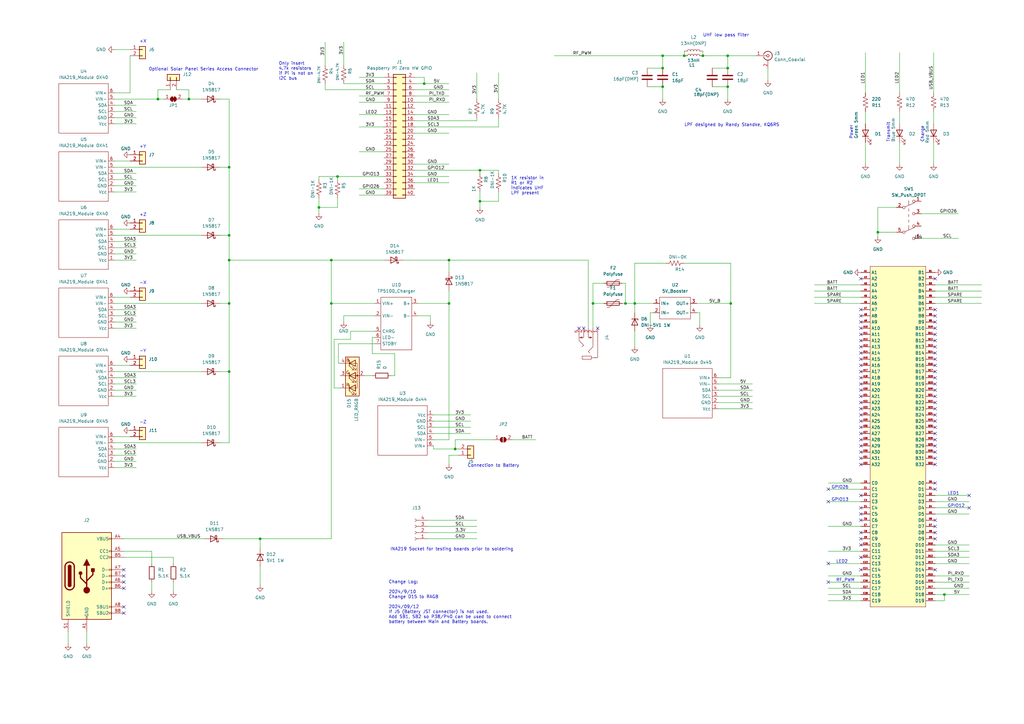
<source format=kicad_sch>
(kicad_sch (version 20250114) (generator "eeschema") (generator_version "9.0")
  (paper "A3")
  (title_block (title "AMSAT Main Board") (company "NTUT") (comment 1 "Created from AMSAT Hardware Design V1.2"))
  (text "GPIO26" (at 340.995 200.66 0) (effects (font (size 1.27 1.27)) (justify left bottom)))
  (text "Power" (at 349.885 57.15 90) (effects (font (size 1.27 1.27)) (justify left bottom)))
  (text "Change Log:\n\n2024/9/10\nChange D15 to RAGB\n\n2024/09/12\nIf J5 (Battery JST connector) is not used.\nAdd SB1, SB2 so P38/P40 can be used to connect \nbattery between Main and Battery boards.\n" (at 159.385 255.905 0) (effects (font (size 1.27 1.27)) (justify left bottom)))
  (text "LED1" (at 388.62 203.2 0) (effects (font (size 1.27 1.27)) (justify left bottom)))
  (text "LPF designed by Randy Standke, KQ6RS" (at 280.67 52.07 0) (effects (font (size 1.27 1.27)) (justify left bottom)))
  (text "UHF low pass filter\n" (at 288.29 15.24 0) (effects (font (size 1.27 1.27)) (justify left bottom)))
  (text "RF_PWM" (at 342.9 238.76 0) (effects (font (size 1.27 1.27)) (justify left bottom)))
  (text "Optional Solar Panel Series Access Connector" (at 60.96 29.21 0) (effects (font (size 1.27 1.27)) (justify left bottom)))
  (text "Transmit" (at 365.125 58.42 90) (effects (font (size 1.27 1.27)) (justify left bottom)))
  (text "INA219 Socket for testing boards prior to soldering" (at 160.02 226.06 0) (effects (font (size 1.27 1.27)) (justify left bottom)))
  (text "LED2" (at 342.9 231.14 0) (effects (font (size 1.27 1.27)) (justify left bottom)))
  (text "GPIO12" (at 388.62 208.28 0) (effects (font (size 1.27 1.27)) (justify left bottom)))
  (text "1K resistor in\nR1 or R2\nindicates UHF\nLPF present" (at 209.55 80.01 0) (effects (font (size 1.27 1.27)) (justify left bottom)))
  (text "-Z" (at 57.15 173.99 0) (effects (font (size 1.27 1.27)) (justify left bottom)))
  (text "-Y" (at 57.15 144.78 0) (effects (font (size 1.27 1.27)) (justify left bottom)))
  (text "+X" (at 57.15 17.78 0) (effects (font (size 1.27 1.27)) (justify left bottom)))
  (text "+Y" (at 57.15 60.96 0) (effects (font (size 1.27 1.27)) (justify left bottom)))
  (text "Only insert\n4.7k resistors\nif Pi is not on\nI2C bus" (at 114.3 33.02 0) (effects (font (size 1.27 1.27)) (justify left bottom)))
  (text "Charge" (at 379.095 58.42 90) (effects (font (size 1.27 1.27)) (justify left bottom)))
  (text "-X" (at 57.15 116.84 0) (effects (font (size 1.27 1.27)) (justify left bottom)))
  (text "Connection to Battery" (at 191.77 191.77 0) (effects (font (size 1.27 1.27)) (justify left bottom)))
  (text "GPIO13" (at 340.995 205.74 0) (effects (font (size 1.27 1.27)) (justify left bottom)))
  (text "+Z" (at 57.15 88.9 0) (effects (font (size 1.27 1.27)) (justify left bottom)))
  (junction (at 299.72 124.46))
  (junction (at 387.35 243.84))
  (junction (at 256.54 124.46))
  (junction (at 106.68 220.98))
  (junction (at 93.98 68.58))
  (junction (at 93.98 106.68))
  (junction (at 93.98 152.4))
  (junction (at 130.81 85.09))
  (junction (at 280.67 22.86))
  (junction (at 271.78 22.86))
  (junction (at 138.43 72.39))
  (junction (at 135.89 124.46))
  (junction (at 77.47 40.64))
  (junction (at 360.045 95.25))
  (junction (at 271.78 35.56))
  (junction (at 64.77 40.64))
  (junction (at 298.45 27.94))
  (junction (at 186.69 184.15))
  (junction (at 184.15 106.68))
  (junction (at 135.89 106.68))
  (junction (at 260.35 124.46))
  (junction (at 288.29 22.86))
  (junction (at 173.99 34.29))
  (junction (at 298.45 22.86))
  (junction (at 298.45 35.56))
  (junction (at 243.205 124.46))
  (junction (at 93.98 124.46))
  (junction (at 184.15 124.46))
  (junction (at 93.98 96.52))
  (junction (at 271.78 27.94))
  (junction (at 196.85 69.85))
  (junction (at 196.85 82.55))
  (no_connect (at 383.54 200.66))
  (no_connect (at 353.06 228.6))
  (no_connect (at 353.06 139.7))
  (no_connect (at 339.725 238.76))
  (no_connect (at 353.06 213.36))
  (no_connect (at 383.54 129.54))
  (no_connect (at 353.06 157.48))
  (no_connect (at 339.725 200.66))
  (no_connect (at 383.54 185.42))
  (no_connect (at 383.54 167.64))
  (no_connect (at 383.54 220.98))
  (no_connect (at 353.06 132.08))
  (no_connect (at 353.06 182.88))
  (no_connect (at 353.06 210.82))
  (no_connect (at 353.06 129.54))
  (no_connect (at 353.06 160.02))
  (no_connect (at 353.06 203.2))
  (no_connect (at 383.54 198.12))
  (no_connect (at 353.06 223.52))
  (no_connect (at 383.54 142.24))
  (no_connect (at 383.54 162.56))
  (no_connect (at 353.06 185.42))
  (no_connect (at 383.54 127))
  (no_connect (at 383.54 213.36))
  (no_connect (at 353.06 137.16))
  (no_connect (at 237.49 134.62))
  (no_connect (at 353.06 154.94))
  (no_connect (at 383.54 187.96))
  (no_connect (at 353.06 175.26))
  (no_connect (at 383.54 180.34))
  (no_connect (at 383.54 139.7))
  (no_connect (at 50.8 238.76))
  (no_connect (at 383.54 215.9))
  (no_connect (at 239.395 134.62))
  (no_connect (at 353.06 134.62))
  (no_connect (at 353.06 144.78))
  (no_connect (at 245.11 134.62))
  (no_connect (at 50.8 236.22))
  (no_connect (at 353.06 165.1))
  (no_connect (at 383.54 154.94))
  (no_connect (at 383.54 137.16))
  (no_connect (at 383.54 114.3))
  (no_connect (at 383.54 157.48))
  (no_connect (at 353.06 220.98))
  (no_connect (at 353.06 187.96))
  (no_connect (at 383.54 165.1))
  (no_connect (at 383.54 175.26))
  (no_connect (at 353.06 233.68))
  (no_connect (at 353.06 172.72))
  (no_connect (at 397.51 208.28))
  (no_connect (at 353.06 190.5))
  (no_connect (at 383.54 147.32))
  (no_connect (at 353.06 142.24))
  (no_connect (at 383.54 134.62))
  (no_connect (at 383.54 144.78))
  (no_connect (at 353.06 208.28))
  (no_connect (at 353.06 114.3))
  (no_connect (at 383.54 152.4))
  (no_connect (at 397.51 203.2))
  (no_connect (at 353.06 167.64))
  (no_connect (at 50.8 248.92))
  (no_connect (at 383.54 132.08))
  (no_connect (at 353.06 162.56))
  (no_connect (at 353.06 149.86))
  (no_connect (at 383.54 170.18))
  (no_connect (at 50.8 233.68))
  (no_connect (at 353.06 177.8))
  (no_connect (at 383.54 190.5))
  (no_connect (at 339.725 231.14))
  (no_connect (at 383.54 149.86))
  (no_connect (at 50.8 251.46))
  (no_connect (at 353.06 147.32))
  (no_connect (at 353.06 218.44))
  (no_connect (at 383.54 172.72))
  (no_connect (at 353.06 180.34))
  (no_connect (at 383.54 218.44))
  (no_connect (at 353.06 152.4))
  (no_connect (at 383.54 182.88))
  (no_connect (at 383.54 233.68))
  (no_connect (at 353.06 170.18))
  (no_connect (at 353.06 127))
  (no_connect (at 383.54 177.8))
  (no_connect (at 339.725 205.74))
  (no_connect (at 383.54 160.02))
  (no_connect (at 50.8 241.3))
  (wire (pts (xy 196.85 69.85) (xy 196.85 71.12)))
  (wire (pts (xy 138.43 85.09) (xy 138.43 81.28)))
  (wire (pts (xy 106.68 220.98) (xy 106.68 224.79)))
  (wire (pts (xy 171.45 129.54) (xy 176.53 129.54)))
  (wire (pts (xy 387.35 243.84) (xy 383.54 243.84)))
  (wire (pts (xy 135.89 124.46) (xy 153.67 124.46)))
  (wire (pts (xy 339.725 226.06) (xy 353.06 226.06)))
  (wire (pts (xy 294.64 154.94) (xy 299.72 154.94)))
  (wire (pts (xy 177.8 184.15) (xy 177.8 182.88)))
  (wire (pts (xy 46.99 96.52) (xy 82.55 96.52)))
  (wire (pts (xy 133.35 17.272) (xy 133.35 26.67)))
  (wire (pts (xy 62.23 238.76) (xy 62.23 242.57)))
  (wire (pts (xy 377.825 87.63) (xy 393.065 87.63)))
  (wire (pts (xy 53.34 22.86) (xy 53.34 38.1)))
  (wire (pts (xy 93.98 40.64) (xy 90.17 40.64)))
  (wire (pts (xy 175.26 213.36) (xy 195.58 213.36)))
  (wire (pts (xy 147.32 39.37) (xy 157.48 39.37)))
  (wire (pts (xy 354.965 45.72) (xy 354.965 50.8)))
  (wire (pts (xy 368.935 58.42) (xy 368.935 67.31)))
  (wire (pts (xy 46.99 45.72) (xy 55.88 45.72)))
  (wire (pts (xy 299.72 124.46) (xy 299.72 154.94)))
  (wire (pts (xy 130.81 81.28) (xy 130.81 85.09)))
  (wire (pts (xy 71.12 238.76) (xy 71.12 242.57)))
  (wire (pts (xy 383.54 231.14) (xy 397.51 231.14)))
  (wire (pts (xy 160.401 154.051) (xy 161.925 154.051)))
  (wire (pts (xy 383.54 241.3) (xy 397.51 241.3)))
  (wire (pts (xy 360.045 95.25) (xy 367.665 95.25)))
  (wire (pts (xy 165.354 106.68) (xy 184.15 106.68)))
  (wire (pts (xy 339.725 205.74) (xy 353.06 205.74)))
  (wire (pts (xy 170.18 72.39) (xy 184.15 72.39)))
  (wire (pts (xy 271.78 27.94) (xy 271.78 22.86)))
  (wire (pts (xy 255.27 116.205) (xy 256.54 116.205)))
  (wire (pts (xy 135.89 106.68) (xy 135.89 124.46)))
  (wire (pts (xy 266.7 133.35) (xy 266.7 128.27)))
  (wire (pts (xy 177.8 180.34) (xy 184.15 180.34)))
  (wire (pts (xy 170.18 52.07) (xy 204.47 52.07)))
  (wire (pts (xy 184.15 106.68) (xy 241.3 106.68)))
  (wire (pts (xy 161.925 145.034) (xy 161.925 154.051)))
  (wire (pts (xy 143.764 135.89) (xy 153.67 135.89)))
  (wire (pts (xy 210.185 180.34) (xy 219.71 180.34)))
  (wire (pts (xy 77.47 40.64) (xy 82.55 40.64)))
  (wire (pts (xy 64.77 36.83) (xy 64.77 40.64)))
  (wire (pts (xy 227.33 22.86) (xy 271.78 22.86)))
  (wire (pts (xy 175.26 215.9) (xy 195.58 215.9)))
  (wire (pts (xy 260.35 135.89) (xy 260.35 142.24)))
  (wire (pts (xy 147.32 31.75) (xy 157.48 31.75)))
  (wire (pts (xy 138.43 72.39) (xy 157.48 72.39)))
  (wire (pts (xy 280.67 107.95) (xy 299.72 107.95)))
  (wire (pts (xy 173.99 31.75) (xy 173.99 34.29)))
  (wire (pts (xy 46.99 134.62) (xy 55.88 134.62)))
  (wire (pts (xy 170.18 49.53) (xy 195.58 49.53)))
  (wire (pts (xy 287.02 128.27) (xy 287.02 133.35)))
  (wire (pts (xy 368.935 45.72) (xy 368.935 50.8)))
  (wire (pts (xy 140.97 17.272) (xy 140.97 26.67)))
  (wire (pts (xy 298.45 35.56) (xy 298.45 40.64)))
  (wire (pts (xy 196.85 69.85) (xy 204.47 69.85)))
  (wire (pts (xy 383.54 116.84) (xy 402.59 116.84)))
  (wire (pts (xy 195.58 48.26) (xy 195.58 49.53)))
  (wire (pts (xy 285.75 128.27) (xy 287.02 128.27)))
  (wire (pts (xy 196.85 82.55) (xy 196.85 85.09)))
  (wire (pts (xy 339.725 246.38) (xy 353.06 246.38)))
  (wire (pts (xy 170.18 39.37) (xy 184.15 39.37)))
  (wire (pts (xy 46.99 157.48) (xy 55.88 157.48)))
  (wire (pts (xy 265.43 35.56) (xy 271.78 35.56)))
  (wire (pts (xy 90.17 68.58) (xy 93.98 68.58)))
  (wire (pts (xy 177.8 177.8) (xy 193.04 177.8)))
  (wire (pts (xy 382.905 58.42) (xy 382.905 67.31)))
  (wire (pts (xy 46.99 43.18) (xy 55.88 43.18)))
  (wire (pts (xy 130.81 72.39) (xy 130.81 73.66)))
  (wire (pts (xy 339.725 238.76) (xy 353.06 238.76)))
  (wire (pts (xy 139.446 148.971) (xy 138.811 148.971)))
  (wire (pts (xy 383.54 210.82) (xy 397.51 210.82)))
  (wire (pts (xy 383.54 226.06) (xy 397.51 226.06)))
  (wire (pts (xy 53.34 121.92) (xy 46.99 121.92)))
  (wire (pts (xy 152.654 145.034) (xy 161.925 145.034)))
  (wire (pts (xy 285.75 124.46) (xy 299.72 124.46)))
  (wire (pts (xy 360.045 95.25) (xy 360.045 97.155)))
  (wire (pts (xy 173.99 34.29) (xy 184.15 34.29)))
  (wire (pts (xy 69.85 36.83) (xy 64.77 36.83)))
  (wire (pts (xy 184.15 186.69) (xy 187.96 186.69)))
  (wire (pts (xy 157.48 80.01) (xy 147.32 80.01)))
  (wire (pts (xy 46.99 106.68) (xy 55.88 106.68)))
  (wire (pts (xy 294.64 160.02) (xy 308.61 160.02)))
  (wire (pts (xy 137.033 139.192) (xy 143.764 139.192)))
  (wire (pts (xy 294.64 165.1) (xy 308.61 165.1)))
  (wire (pts (xy 339.725 243.84) (xy 353.06 243.84)))
  (wire (pts (xy 50.8 220.98) (xy 83.82 220.98)))
  (wire (pts (xy 271.78 35.56) (xy 271.78 40.64)))
  (wire (pts (xy 299.72 107.95) (xy 299.72 124.46)))
  (wire (pts (xy 173.99 34.29) (xy 170.18 34.29)))
  (wire (pts (xy 382.905 21.59) (xy 382.905 38.1)))
  (wire (pts (xy 354.965 21.59) (xy 354.965 38.1)))
  (wire (pts (xy 46.99 189.23) (xy 55.88 189.23)))
  (wire (pts (xy 106.68 232.41) (xy 106.68 240.03)))
  (wire (pts (xy 62.23 226.06) (xy 62.23 231.14)))
  (wire (pts (xy 153.67 138.43) (xy 152.654 138.43)))
  (wire (pts (xy 383.54 238.76) (xy 397.51 238.76)))
  (wire (pts (xy 339.725 231.14) (xy 353.06 231.14)))
  (wire (pts (xy 260.35 124.46) (xy 267.97 124.46)))
  (wire (pts (xy 383.54 246.38) (xy 387.35 246.38)))
  (wire (pts (xy 46.99 76.2) (xy 55.88 76.2)))
  (wire (pts (xy 90.17 124.46) (xy 93.98 124.46)))
  (wire (pts (xy 184.15 106.68) (xy 184.15 111.633)))
  (wire (pts (xy 383.54 236.22) (xy 397.51 236.22)))
  (wire (pts (xy 339.725 236.22) (xy 353.06 236.22)))
  (wire (pts (xy 383.54 205.74) (xy 397.51 205.74)))
  (wire (pts (xy 93.98 181.61) (xy 93.98 152.4)))
  (wire (pts (xy 46.99 132.08) (xy 55.88 132.08)))
  (wire (pts (xy 255.27 124.46) (xy 256.54 124.46)))
  (wire (pts (xy 53.34 149.86) (xy 46.99 149.86)))
  (wire (pts (xy 294.64 162.56) (xy 308.61 162.56)))
  (wire (pts (xy 383.54 119.38) (xy 402.59 119.38)))
  (wire (pts (xy 149.606 154.051) (xy 152.781 154.051)))
  (wire (pts (xy 184.15 119.253) (xy 184.15 124.46)))
  (wire (pts (xy 196.85 82.55) (xy 204.47 82.55)))
  (wire (pts (xy 147.32 41.91) (xy 157.48 41.91)))
  (wire (pts (xy 175.26 220.98) (xy 195.58 220.98)))
  (wire (pts (xy 170.18 67.31) (xy 184.15 67.31)))
  (wire (pts (xy 177.8 172.72) (xy 193.04 172.72)))
  (wire (pts (xy 387.35 246.38) (xy 387.35 243.84)))
  (wire (pts (xy 46.99 68.58) (xy 82.55 68.58)))
  (wire (pts (xy 91.44 220.98) (xy 106.68 220.98)))
  (wire (pts (xy 46.99 78.74) (xy 55.88 78.74)))
  (wire (pts (xy 298.45 22.86) (xy 309.88 22.86)))
  (wire (pts (xy 130.81 85.09) (xy 130.81 87.63)))
  (wire (pts (xy 360.045 85.09) (xy 360.045 95.25)))
  (wire (pts (xy 93.98 106.68) (xy 135.89 106.68)))
  (wire (pts (xy 339.725 241.3) (xy 353.06 241.3)))
  (wire (pts (xy 93.98 96.52) (xy 93.98 68.58)))
  (wire (pts (xy 90.17 152.4) (xy 93.98 152.4)))
  (wire (pts (xy 147.32 77.47) (xy 157.48 77.47)))
  (wire (pts (xy 170.18 74.93) (xy 184.15 74.93)))
  (wire (pts (xy 93.98 68.58) (xy 93.98 40.64)))
  (wire (pts (xy 90.17 96.52) (xy 93.98 96.52)))
  (wire (pts (xy 138.811 148.971) (xy 138.811 140.97)))
  (wire (pts (xy 334.01 121.92) (xy 353.06 121.92)))
  (wire (pts (xy 243.205 116.205) (xy 243.205 124.46)))
  (wire (pts (xy 46.99 160.02) (xy 55.88 160.02)))
  (wire (pts (xy 383.54 121.92) (xy 402.59 121.92)))
  (wire (pts (xy 170.18 46.99) (xy 184.15 46.99)))
  (wire (pts (xy 53.34 38.1) (xy 46.99 38.1)))
  (wire (pts (xy 46.99 48.26) (xy 55.88 48.26)))
  (wire (pts (xy 170.18 31.75) (xy 173.99 31.75)))
  (wire (pts (xy 53.34 66.04) (xy 46.99 66.04)))
  (wire (pts (xy 288.29 20.955) (xy 288.29 22.86)))
  (wire (pts (xy 177.8 184.15) (xy 186.69 184.15)))
  (wire (pts (xy 354.965 58.42) (xy 354.965 67.31)))
  (wire (pts (xy 153.67 129.54) (xy 140.97 129.54)))
  (wire (pts (xy 46.99 191.77) (xy 55.88 191.77)))
  (wire (pts (xy 273.05 107.95) (xy 260.35 107.95)))
  (wire (pts (xy 196.85 78.74) (xy 196.85 82.55)))
  (wire (pts (xy 171.45 124.46) (xy 184.15 124.46)))
  (wire (pts (xy 184.15 190.5) (xy 184.15 186.69)))
  (wire (pts (xy 46.99 162.56) (xy 55.88 162.56)))
  (wire (pts (xy 186.69 184.15) (xy 187.96 184.15)))
  (wire (pts (xy 383.54 203.2) (xy 397.51 203.2)))
  (wire (pts (xy 247.65 116.205) (xy 243.205 116.205)))
  (wire (pts (xy 46.99 71.12) (xy 55.88 71.12)))
  (wire (pts (xy 177.8 170.18) (xy 193.04 170.18)))
  (wire (pts (xy 186.69 180.34) (xy 186.69 184.15)))
  (wire (pts (xy 46.99 152.4) (xy 82.55 152.4)))
  (wire (pts (xy 53.34 93.98) (xy 46.99 93.98)))
  (wire (pts (xy 256.54 116.205) (xy 256.54 124.46)))
  (wire (pts (xy 367.665 85.09) (xy 360.045 85.09)))
  (wire (pts (xy 243.205 124.46) (xy 243.205 134.62)))
  (wire (pts (xy 152.654 138.43) (xy 152.654 145.034)))
  (wire (pts (xy 133.35 36.83) (xy 157.48 36.83)))
  (wire (pts (xy 383.54 124.46) (xy 402.59 124.46)))
  (wire (pts (xy 368.935 21.59) (xy 368.935 38.1)))
  (wire (pts (xy 93.98 106.68) (xy 93.98 96.52)))
  (wire (pts (xy 140.97 34.29) (xy 157.48 34.29)))
  (wire (pts (xy 204.47 82.55) (xy 204.47 78.74)))
  (wire (pts (xy 135.89 124.46) (xy 135.89 220.98)))
  (wire (pts (xy 46.99 129.54) (xy 55.88 129.54)))
  (wire (pts (xy 334.01 116.84) (xy 353.06 116.84)))
  (wire (pts (xy 50.8 228.6) (xy 71.12 228.6)))
  (wire (pts (xy 74.93 40.64) (xy 77.47 40.64)))
  (wire (pts (xy 334.01 119.38) (xy 353.06 119.38)))
  (wire (pts (xy 256.54 124.46) (xy 260.35 124.46)))
  (wire (pts (xy 130.81 72.39) (xy 138.43 72.39)))
  (wire (pts (xy 294.64 157.48) (xy 308.61 157.48)))
  (wire (pts (xy 280.67 20.955) (xy 280.67 22.86)))
  (wire (pts (xy 241.3 106.68) (xy 241.3 134.62)))
  (wire (pts (xy 46.99 50.8) (xy 55.88 50.8)))
  (wire (pts (xy 339.725 215.9) (xy 353.06 215.9)))
  (wire (pts (xy 382.905 45.72) (xy 382.905 50.8)))
  (wire (pts (xy 46.99 104.14) (xy 55.88 104.14)))
  (wire (pts (xy 383.54 223.52) (xy 397.51 223.52)))
  (wire (pts (xy 176.53 129.54) (xy 176.53 132.08)))
  (wire (pts (xy 46.99 127) (xy 55.88 127)))
  (wire (pts (xy 334.01 124.46) (xy 353.06 124.46)))
  (wire (pts (xy 204.47 69.85) (xy 204.47 71.12)))
  (wire (pts (xy 387.35 243.84) (xy 397.51 243.84)))
  (wire (pts (xy 46.99 99.06) (xy 55.88 99.06)))
  (wire (pts (xy 77.47 36.83) (xy 77.47 40.64)))
  (wire (pts (xy 383.54 228.6) (xy 397.51 228.6)))
  (wire (pts (xy 170.18 69.85) (xy 196.85 69.85)))
  (wire (pts (xy 195.58 29.845) (xy 195.58 40.64)))
  (wire (pts (xy 147.32 62.23) (xy 157.48 62.23)))
  (wire (pts (xy 143.764 139.192) (xy 143.764 135.89)))
  (wire (pts (xy 377.825 97.79) (xy 393.065 97.79)))
  (wire (pts (xy 314.96 27.94) (xy 314.96 33.02)))
  (wire (pts (xy 27.94 259.08) (xy 27.94 264.16)))
  (wire (pts (xy 265.43 27.94) (xy 271.78 27.94)))
  (wire (pts (xy 90.17 181.61) (xy 93.98 181.61)))
  (wire (pts (xy 170.18 54.61) (xy 184.15 54.61)))
  (wire (pts (xy 46.99 184.15) (xy 55.88 184.15)))
  (wire (pts (xy 138.811 140.97) (xy 153.67 140.97)))
  (wire (pts (xy 170.18 41.91) (xy 184.15 41.91)))
  (wire (pts (xy 292.1 27.94) (xy 298.45 27.94)))
  (wire (pts (xy 106.68 220.98) (xy 135.89 220.98)))
  (wire (pts (xy 133.35 36.83) (xy 133.35 34.29)))
  (wire (pts (xy 339.725 200.66) (xy 353.06 200.66)))
  (wire (pts (xy 271.78 22.86) (xy 280.67 22.86)))
  (wire (pts (xy 46.99 101.6) (xy 55.88 101.6)))
  (wire (pts (xy 339.725 198.12) (xy 353.06 198.12)))
  (wire (pts (xy 46.99 73.66) (xy 55.88 73.66)))
  (wire (pts (xy 170.18 36.83) (xy 184.15 36.83)))
  (wire (pts (xy 137.033 159.131) (xy 139.446 159.131)))
  (wire (pts (xy 383.54 208.28) (xy 397.51 208.28)))
  (wire (pts (xy 64.77 40.64) (xy 67.31 40.64)))
  (wire (pts (xy 135.89 106.68) (xy 157.734 106.68)))
  (wire (pts (xy 204.47 29.845) (xy 204.47 40.64)))
  (wire (pts (xy 175.26 218.44) (xy 195.58 218.44)))
  (wire (pts (xy 147.32 52.07) (xy 157.48 52.07)))
  (wire (pts (xy 46.99 40.64) (xy 64.77 40.64)))
  (wire (pts (xy 46.99 186.69) (xy 55.88 186.69)))
  (wire (pts (xy 204.47 48.26) (xy 204.47 52.07)))
  (wire (pts (xy 202.565 180.34) (xy 186.69 180.34)))
  (wire (pts (xy 266.7 128.27) (xy 267.97 128.27)))
  (wire (pts (xy 46.99 181.61) (xy 82.55 181.61)))
  (wire (pts (xy 46.99 124.46) (xy 82.55 124.46)))
  (wire (pts (xy 147.32 46.99) (xy 157.48 46.99)))
  (wire (pts (xy 294.64 167.64) (xy 308.61 167.64)))
  (wire (pts (xy 93.98 124.46) (xy 93.98 106.68)))
  (wire (pts (xy 46.99 20.32) (xy 53.34 20.32)))
  (wire (pts (xy 177.8 175.26) (xy 193.04 175.26)))
  (wire (pts (xy 46.99 154.94) (xy 55.88 154.94)))
  (wire (pts (xy 35.56 259.08) (xy 35.56 264.16)))
  (wire (pts (xy 298.45 22.86) (xy 298.45 27.94)))
  (wire (pts (xy 243.205 124.46) (xy 247.65 124.46)))
  (wire (pts (xy 260.35 124.46) (xy 260.35 128.27)))
  (wire (pts (xy 140.97 129.54) (xy 140.97 132.08)))
  (wire (pts (xy 288.29 22.86) (xy 298.45 22.86)))
  (wire (pts (xy 260.35 107.95) (xy 260.35 124.46)))
  (wire (pts (xy 292.1 35.56) (xy 298.45 35.56)))
  (wire (pts (xy 137.033 139.192) (xy 137.033 159.131)))
  (wire (pts (xy 93.98 152.4) (xy 93.98 124.46)))
  (wire (pts (xy 53.34 179.07) (xy 46.99 179.07)))
  (wire (pts (xy 130.81 85.09) (xy 138.43 85.09)))
  (wire (pts (xy 184.15 124.46) (xy 184.15 180.34)))
  (wire (pts (xy 71.12 228.6) (xy 71.12 231.14)))
  (wire (pts (xy 138.43 72.39) (xy 138.43 73.66)))
  (wire (pts (xy 72.39 36.83) (xy 77.47 36.83)))
  (wire (pts (xy 50.8 226.06) (xy 62.23 226.06)))
  (label "3V3" (at 50.8 106.68 0))
  (label "SDA" (at 303.53 160.02 0))
  (label "3V3" (at 345.44 246.38 0))
  (label "GND" (at 50.8 132.08 0))
  (label "3V3" (at 50.8 162.56 0))
  (label "GND" (at 175.26 72.39 0))
  (label "SPARE" (at 339.09 124.46 0))
  (label "BATT" (at 388.62 119.38 0))
  (label "SDA" (at 50.8 43.18 0))
  (label "SDA3" (at 388.62 228.6 0))
  (label "3V3" (at 149.86 31.75 0))
  (label "SDA" (at 50.8 71.12 0))
  (label "GND" (at 391.16 241.3 0))
  (label "SCL" (at 186.69 215.9 0))
  (label "USB_VBUS" (at 72.39 220.98 0))
  (label "SCL" (at 186.69 175.26 0))
  (label "5V_B" (at 290.83 124.46 0))
  (label "SCL" (at 149.86 36.83 0))
  (label "SPARE" (at 339.09 121.92 0))
  (label "SCL3" (at 50.8 186.69 0))
  (label "3V3" (at 149.86 52.07 0))
  (label "GPIO26" (at 148.59 77.47 0))
  (label "GND" (at 177.8 36.83 0))
  (label "PI_RXD" (at 175.895 41.91 0))
  (label "3V3" (at 133.35 22.86 90))
  (label "SPARE" (at 388.62 121.92 0))
  (label "GND" (at 388.62 223.52 0))
  (label "LED2" (at 149.86 46.99 0))
  (label "GND" (at 345.44 198.12 0))
  (label "SDA" (at 149.86 34.29 0))
  (label "GND" (at 388.62 210.82 0))
  (label "5V" (at 303.53 157.48 0))
  (label "3V3" (at 50.8 50.8 0))
  (label "SCL" (at 345.44 241.3 0))
  (label "3V3" (at 195.58 38.608 90))
  (label "SDA3" (at 50.8 184.15 0))
  (label "SCL" (at 303.53 162.56 0))
  (label "GPIO13" (at 148.59 72.39 0))
  (label "5V" (at 177.8 34.29 0))
  (label "3V3" (at 50.8 191.77 0))
  (label "GND" (at 149.86 80.01 0))
  (label "3V3" (at 50.8 78.74 0))
  (label "3V3" (at 50.8 134.62 0))
  (label "USB_VBUS" (at 382.905 36.83 90))
  (label "GND" (at 175.26 67.31 0))
  (label "GND" (at 303.53 165.1 0))
  (label "3V3" (at 140.97 22.479 90))
  (label "RF_PWM" (at 234.95 22.86 0))
  (label "BATT" (at 213.995 180.34 0))
  (label "3.3V" (at 186.69 218.44 0))
  (label "PI_RXD" (at 388.62 236.22 0))
  (label "GND" (at 50.8 104.14 0))
  (label "SDA" (at 186.69 177.8 0))
  (label "SDA3" (at 50.8 127 0))
  (label "GND" (at 345.44 236.22 0))
  (label "GND" (at 175.26 54.61 0))
  (label "LED2" (at 368.935 34.29 90))
  (label "GND" (at 50.8 189.23 0))
  (label "SCL3" (at 50.8 129.54 0))
  (label "RF_PWM" (at 149.86 39.37 0))
  (label "SCL" (at 50.8 73.66 0))
  (label "SDA3" (at 50.8 154.94 0))
  (label "SCL3" (at 50.8 157.48 0))
  (label "GND" (at 388.62 231.14 0))
  (label "GPIO26" (at 385.445 87.63 0))
  (label "GND" (at 50.8 76.2 0))
  (label "BATT" (at 339.09 116.84 0))
  (label "SDA" (at 345.44 243.84 0))
  (label "3V3" (at 345.44 226.06 0))
  (label "BATT" (at 339.09 119.38 0))
  (label "3V3" (at 303.53 167.64 0))
  (label "PI_TXD" (at 388.62 238.76 0))
  (label "GND" (at 50.8 48.26 0))
  (label "3V3" (at 204.47 38.227 90))
  (label "BATT" (at 388.62 116.84 0))
  (label "PI_TXD" (at 175.895 39.37 0))
  (label "SCL3" (at 388.62 226.06 0))
  (label "SCL" (at 50.8 45.72 0))
  (label "SCL3" (at 175.26 52.07 0))
  (label "5V" (at 391.16 243.84 0))
  (label "GPIO12" (at 175.26 69.85 0))
  (label "3V3" (at 186.69 170.18 0))
  (label "LED1" (at 354.965 34.29 90))
  (label "SCL" (at 386.715 97.79 0))
  (label "GND" (at 388.62 205.74 0))
  (label "SPARE" (at 388.62 124.46 0))
  (label "GND" (at 149.86 62.23 0))
  (label "SCL3" (at 50.8 101.6 0))
  (label "GND" (at 175.26 46.99 0))
  (label "SDA3" (at 175.26 49.53 0))
  (label "LED1" (at 175.26 74.93 0))
  (label "GND" (at 345.44 215.9 0))
  (label "GND" (at 186.69 172.72 0))
  (label "GND" (at 50.8 160.02 0))
  (label "GND" (at 186.69 220.98 0))
  (label "SDA" (at 186.69 213.36 0))
  (label "GND" (at 149.86 41.91 0))
  (label "SDA3" (at 50.8 99.06 0))
  (symbol (lib_id "Device:Polyfuse") (at 251.46 124.46 270) (unit 1)
    (property "Reference" "F1" (at 251.46 118.11 90))
    (property "Value" "Polyfuse" (at 251.46 120.65 90))
    (property "Footprint" "Fuse:Fuse_1812_4532Metric" (effects (hide yes)))
  )
  (symbol (lib_id "Connector:USB_C_Receptacle_USB2.0") (at 35.56 236.22 0) (unit 1)
    (property "Reference" "J2" (at 35.56 213.36 0))
    (property "Value" "USB_C_Receptacle_USB2.0" (effects (hide yes)))
    (property "Footprint" "Connector_USB:USB_C_Receptacle_GCT_USB4105-xx-A_16P_TopMnt_Horizontal" (effects (hide yes)))
    (property "Datasheet" "https://www.usb.org/sites/default/files/documents/usb_type-c.zip" (effects (hide yes)))
  )
  (symbol (lib_id "Device:C") (at 265.43 31.75 0) (unit 1)
    (property "Reference" "C3" (at 259.08 29.845 0) (effects (justify left)))
    (property "Value" "16pF(DMP)" (at 251.46 32.385 0) (effects (justify left)))
    (property "Footprint" "Capacitor_SMD:C_0402_1005Metric" (effects (hide yes)))
  )
  (symbol (lib_id "Device:D_Zener") (at 260.35 132.08 270) (unit 1)
    (property "Reference" "D6" (at 262.89 130.8099 90) (effects (justify left)))
    (property "Value" "DNI-5V1 1W" (at 262.89 133.3499 90) (effects (justify left)))
    (property "Footprint" "CubeSatSim:1N5817" (effects (hide yes)))
  )
  (symbol (lib_id "Device:L") (at 284.48 20.955 90) (unit 1)
    (property "Reference" "L2" (at 284.48 15.24 90))
    (property "Value" "13nH(DNP)" (at 284.48 17.78 90))
    (property "Footprint" "Inductor_SMD:L_0402_1005Metric" (effects (hide yes)))
  )
  (symbol (lib_id "Device:LED") (at 382.905 54.61 90) (unit 1)
    (property "Reference" "D3" (at 386.715 54.9274 90) (effects (justify right)))
    (property "Value" "Red 5mm" (at 380.365 49.53 0) (effects (justify right)))
    (property "Footprint" "LED_THT:LED_D5.0mm" (effects (hide yes)))
  )
  (symbol (lib_id "Device:R_US") (at 140.97 30.48 0) (unit 1)
    (property "Reference" "R6" (at 143.51 30.48 90) (effects (justify left)))
    (property "Value" "DNI-4.7K" (at 138.43 33.02 90) (effects (font (size 1 1)) (justify left)))
    (property "Footprint" "Resistor_THT:R_Axial_DIN0204_L3.6mm_D1.6mm_P2.54mm_Vertical" (effects (hide yes)))
  )
  (symbol (lib_id "Connector_Generic:Conn_01x02") (at 193.04 186.69 0) (mirror x) (unit 1)
    (property "Reference" "J5" (at 193.04 189.23 0))
    (property "Value" "Conn_01x02" (effects (hide yes)))
    (property "Footprint" "Connector_JST:JST_PH_B2B-PH-K_1x02_P2.00mm_Vertical" (effects (hide yes)))
  )
  (symbol (lib_id "Jumper:SolderJumper_2_Open") (at 206.375 180.34 0) (unit 1)
    (property "Reference" "JP2" (at 206.375 173.99 0))
    (property "Value" "SolderJumper_2_Open" (effects (hide yes)))
    (property "Footprint" "Basic:SolderJumper_2_Tri_New" (effects (hide yes)))
  )
  (symbol (lib_id "CubesatSim:INA219_Module") (at 21.59 46.99 90) (unit 1)
    (property "Reference" "U4" (at 34.29 29.21 90))
    (property "Value" "INA219_Module 0X40" (at 34.29 31.75 90))
    (property "Footprint" "Library:INA219_Small" (effects (hide yes)))
  )
  (symbol (lib_id "Device:R") (at 62.23 234.95 180) (unit 1)
    (property "Reference" "R1" (at 64.77 233.6799 0) (effects (justify right)))
    (property "Value" "5.1K" (at 64.77 236.22 0) (effects (justify right)))
    (property "Footprint" "Resistor_SMD:R_0603_1608Metric" (effects (hide yes)))
  )
  (symbol (lib_id "Device:R_US") (at 382.905 41.91 0) (mirror x) (unit 1)
    (property "Reference" "R13" (at 385.445 43.18 0) (effects (justify left)))
    (property "Value" "470" (at 385.445 40.64 0) (effects (justify left)))
    (property "Footprint" "Resistor_THT:R_Axial_DIN0204_L3.6mm_D1.6mm_P2.54mm_Vertical" (effects (hide yes)))
  )
  (symbol (lib_id "Diode:1N5817") (at 86.36 152.4 180) (unit 1)
    (property "Reference" "D9" (at 86.6775 146.05 0))
    (property "Value" "1N5817" (at 86.6775 148.59 0))
    (property "Footprint" "Library:SS14" (effects (hide yes)))
    (property "Datasheet" "http://www.vishay.com/docs/88525/1n5817.pdf" (effects (hide yes)))
  )
  (symbol (lib_id "power:GND") (at 196.85 85.09 0) (unit 1)
    (property "Reference" "#PWR0104" (effects (hide yes)))
    (property "Value" "GND" (at 196.85 90.17 0))
  )
  (symbol (lib_id "Device:R_US") (at 130.81 77.47 0) (unit 1)
    (property "Reference" "R3" (at 133.35 77.47 90) (effects (justify left)))
    (property "Value" "DNI-1K" (at 128.27 81.28 90) (effects (justify left)))
    (property "Footprint" "Resistor_THT:R_Axial_DIN0204_L3.6mm_D1.6mm_P2.54mm_Vertical" (effects (hide yes)))
  )
  (symbol (lib_id "Device:R") (at 156.591 154.051 270) (unit 1)
    (property "Reference" "R15" (at 155.321 151.511 0) (effects (justify right)))
    (property "Value" "0" (at 157.861 151.511 0) (effects (justify right)))
    (property "Footprint" "Resistor_SMD:R_0603_1608Metric" (effects (hide yes)))
  )
  (symbol (lib_id "power:GND") (at 46.99 20.32 270) (unit 1)
    (property "Reference" "#PWR0122" (effects (hide yes)))
    (property "Value" "GND" (at 39.37 20.32 90) (effects (justify left)))
  )
  (symbol (lib_id "Connector_Generic:Conn_02x20_Odd_Even") (at 162.56 54.61 0) (unit 1)
    (property "Reference" "J1" (at 163.83 25.4 0))
    (property "Value" "Raspberry Pi Zero HW GPIO" (at 163.83 27.94 0))
    (property "Footprint" "Connector_PinSocket_2.54mm:PinSocket_2x20_P2.54mm_Vertical" (effects (hide yes)))
  )
  (symbol (lib_id "Diode:1N5817") (at 86.36 96.52 180) (unit 1)
    (property "Reference" "D7" (at 86.6775 90.17 0))
    (property "Value" "1N5817" (at 86.6775 92.71 0))
    (property "Footprint" "Library:SS14" (effects (hide yes)))
    (property "Datasheet" "http://www.vishay.com/docs/88525/1n5817.pdf" (effects (hide yes)))
  )
  (symbol (lib_id "Device:R_US") (at 204.47 74.93 0) (unit 1)
    (property "Reference" "R10" (at 207.01 74.93 90) (effects (justify left)))
    (property "Value" "DNI-1K" (at 201.93 77.47 90) (effects (justify left)))
    (property "Footprint" "Resistor_SMD:R_0603_1608Metric" (effects (hide yes)))
  )
  (symbol (lib_id "power:GND") (at 53.34 176.53 270) (unit 1)
    (property "Reference" "#PWR0120" (effects (hide yes)))
    (property "Value" "GND" (at 49.53 173.99 90) (effects (justify left)))
  )
  (symbol (lib_id "CubesatSim:INA219_Module") (at 21.59 158.75 90) (unit 1)
    (property "Reference" "U8" (at 34.29 140.97 90))
    (property "Value" "INA219_Module 0X44" (at 34.29 143.51 90))
    (property "Footprint" "Library:INA219_Small" (effects (hide yes)))
  )
  (symbol (lib_id "power:GND") (at 27.94 264.16 0) (unit 1)
    (property "Reference" "#PWR01" (effects (hide yes)))
    (property "Value" "GND" (at 27.94 269.24 0))
  )
  (symbol (lib_id "Connector_Generic:Conn_01x02") (at 58.42 119.38 0) (unit 1)
    (property "Reference" "J9" (at 60.96 119.3799 0) (effects (justify left)))
    (property "Value" "Conn_01x02" (effects (hide yes)))
    (property "Footprint" "Connector_JST:JST_PH_B2B-PH-K_1x02_P2.00mm_Vertical" (effects (hide yes)))
  )
  (symbol (lib_id "Device:LED") (at 354.965 54.61 90) (unit 1)
    (property "Reference" "D1" (at 358.775 54.9274 90) (effects (justify right)))
    (property "Value" "Green 5mm" (at 351.155 45.72 0) (effects (justify right)))
    (property "Footprint" "LED_THT:LED_D5.0mm" (effects (hide yes)))
  )
  (symbol (lib_id "Jumper:SolderJumper_2_Bridged") (at 71.12 40.64 0) (unit 1)
    (property "Reference" "JP1" (at 71.12 43.18 0))
    (property "Value" "SolderJumper_2_Bridged" (effects (hide yes)))
    (property "Footprint" "Jumper:SolderJumper-2_P1.3mm_Bridged_Pad1.0x1.5mm" (effects (hide yes)))
  )
  (symbol (lib_id "Device:R_US") (at 276.86 107.95 270) (unit 1)
    (property "Reference" "R14" (at 276.86 110.49 90) (effects (justify left)))
    (property "Value" "DNI-0K" (at 274.32 105.41 90) (effects (justify left)))
    (property "Footprint" "Resistor_SMD:R_0805_2012Metric" (effects (hide yes)))
  )
  (symbol (lib_id "power:GND") (at 53.34 119.38 270) (unit 1)
    (property "Reference" "#PWR0119" (effects (hide yes)))
    (property "Value" "GND" (at 49.53 116.84 90) (effects (justify left)))
  )
  (symbol (lib_id "Device:R_US") (at 196.85 74.93 0) (unit 1)
    (property "Reference" "R8" (at 199.39 74.93 90) (effects (justify left)))
    (property "Value" "1K" (at 194.31 78.74 90) (effects (justify left)))
    (property "Footprint" "Resistor_THT:R_Axial_DIN0204_L3.6mm_D1.6mm_P2.54mm_Vertical" (effects (hide yes)))
  )
  (symbol (lib_id "Device:R_US") (at 133.35 30.48 0) (unit 1)
    (property "Reference" "R4" (at 135.89 30.48 90) (effects (justify left)))
    (property "Value" "DNI-4.7K" (at 130.81 34.29 90) (effects (font (size 1 1)) (justify left)))
    (property "Footprint" "Resistor_THT:R_Axial_DIN0204_L3.6mm_D1.6mm_P2.54mm_Vertical" (effects (hide yes)))
  )
  (symbol (lib_id "power:GND") (at 53.34 147.32 270) (unit 1)
    (property "Reference" "#PWR0121" (effects (hide yes)))
    (property "Value" "GND" (at 49.53 144.78 90) (effects (justify left)))
  )
  (symbol (lib_id "Connector:Conn_Coaxial") (at 314.96 22.86 0) (unit 1)
    (property "Reference" "J3" (at 317.5 21.8831 0) (effects (justify left)))
    (property "Value" "Conn_Coaxial" (at 317.5 24.4231 0) (effects (justify left)))
    (property "Footprint" "Library:AMSAT_SMA_Vertical" (effects (hide yes)))
    (property "Datasheet" " ~" (effects (hide yes)))
  )
  (symbol (lib_id "Diode:1N5817") (at 87.63 220.98 180) (unit 1)
    (property "Reference" "D11" (at 87.9475 214.63 0))
    (property "Value" "1N5817" (at 87.9475 217.17 0))
    (property "Footprint" "Library:SS14" (effects (hide yes)))
    (property "Datasheet" "http://www.vishay.com/docs/88525/1n5817.pdf" (effects (hide yes)))
  )
  (symbol (lib_id "power:GND") (at 354.965 67.31 0) (unit 1)
    (property "Reference" "#PWR0112" (effects (hide yes)))
    (property "Value" "GND" (at 354.965 72.39 0))
  )
  (symbol (lib_id "CubesatSim:INA219_Module") (at 21.59 102.87 90) (unit 1)
    (property "Reference" "U6" (at 34.29 85.09 90))
    (property "Value" "INA219_Module 0X40" (at 34.29 87.63 90))
    (property "Footprint" "Library:INA219_Small" (effects (hide yes)))
  )
  (symbol (lib_id "Connector_Generic:Conn_01x02") (at 69.85 31.75 90) (unit 1)
    (property "Reference" "J12" (at 74.93 30.4799 90) (effects (justify right)))
    (property "Value" "Conn_01x02" (effects (hide yes)))
    (property "Footprint" "Connector_JST:JST_PH_B2B-PH-K_1x02_P2.00mm_Vertical" (effects (hide yes)))
  )
  (symbol (lib_id "power:GND") (at 184.15 190.5 0) (unit 1)
    (property "Reference" "#PWR03" (effects (hide yes)))
    (property "Value" "GND" (at 184.15 195.58 0))
  )
  (symbol (lib_id "Device:D_Zener") (at 106.68 228.6 270) (unit 1)
    (property "Reference" "D12" (at 109.22 227.3299 90) (effects (justify left)))
    (property "Value" "5V1 1W" (at 109.22 229.8699 90) (effects (justify left)))
    (property "Footprint" "CubeSatSim:1N5817" (effects (hide yes)))
  )
  (symbol (lib_id "power:GND") (at 266.7 133.35 0) (unit 1)
    (property "Reference" "#PWR0115" (effects (hide yes)))
    (property "Value" "GND" (at 266.7 138.43 0))
  )
  (symbol (lib_id "power:GND") (at 383.54 111.76 90) (unit 1)
    (property "Reference" "#PWR010" (effects (hide yes)))
    (property "Value" "GND" (at 386.715 111.76 90) (effects (justify right)))
  )
  (symbol (lib_id "CubesatSim:INA219_Module") (at 21.59 187.96 90) (unit 1)
    (property "Reference" "U9" (at 34.29 170.18 90))
    (property "Value" "INA219_Module 0X45" (at 34.29 172.72 90))
    (property "Footprint" "Library:INA219_Small" (effects (hide yes)))
  )
  (symbol (lib_id "Device:Polyfuse") (at 251.46 116.205 270) (unit 1)
    (property "Reference" "F2" (at 251.46 109.855 90))
    (property "Value" "Polyfuse" (at 251.46 112.395 90))
    (property "Footprint" "Library_NTUT:AMSAT_PTC" (effects (hide yes)))
  )
  (symbol (lib_id "Device:R_US") (at 354.965 41.91 0) (mirror x) (unit 1)
    (property "Reference" "R11" (at 357.505 43.18 0) (effects (justify left)))
    (property "Value" "220" (at 357.505 40.64 0) (effects (justify left)))
    (property "Footprint" "Resistor_THT:R_Axial_DIN0204_L3.6mm_D1.6mm_P2.54mm_Vertical" (effects (hide yes)))
  )
  (symbol (lib_id "Connector_Generic:Conn_01x02") (at 58.42 176.53 0) (unit 1)
    (property "Reference" "J11" (at 60.96 176.5299 0) (effects (justify left)))
    (property "Value" "Conn_01x02" (effects (hide yes)))
    (property "Footprint" "Connector_JST:JST_PH_B2B-PH-K_1x02_P2.00mm_Vertical" (effects (hide yes)))
  )
  (symbol (lib_id "Device:R_US") (at 195.58 44.45 0) (unit 1)
    (property "Reference" "R7" (at 193.04 46.99 90) (effects (justify left)))
    (property "Value" "4.7K" (at 198.12 46.99 90) (effects (justify left)))
    (property "Footprint" "Resistor_THT:R_Axial_DIN0204_L3.6mm_D1.6mm_P2.54mm_Vertical" (effects (hide yes)))
  )
  (symbol (lib_id "power:GND") (at 130.81 87.63 0) (unit 1)
    (property "Reference" "#PWR0103" (effects (hide yes)))
    (property "Value" "GND" (at 130.81 92.71 0))
  )
  (symbol (lib_id "power:GND") (at 35.56 264.16 0) (unit 1)
    (property "Reference" "#PWR02" (effects (hide yes)))
    (property "Value" "GND" (at 35.56 269.24 0))
  )
  (symbol (lib_id "Device:R") (at 71.12 234.95 180) (unit 1)
    (property "Reference" "R2" (at 73.66 233.68 0) (effects (justify right)))
    (property "Value" "5.1K" (at 73.66 236.22 0) (effects (justify right)))
    (property "Footprint" "Resistor_SMD:R_0603_1608Metric" (effects (hide yes)))
  )
  (symbol (lib_id "Connector_Generic:Conn_01x02") (at 58.42 147.32 0) (unit 1)
    (property "Reference" "J10" (at 60.96 147.3199 0) (effects (justify left)))
    (property "Value" "Conn_01x02" (effects (hide yes)))
    (property "Footprint" "Connector_JST:JST_PH_B2B-PH-K_1x02_P2.00mm_Vertical" (effects (hide yes)))
  )
  (symbol (lib_id "power:GND") (at 382.905 67.31 0) (unit 1)
    (property "Reference" "#PWR0110" (effects (hide yes)))
    (property "Value" "GND" (at 382.905 72.39 0))
  )
  (symbol (lib_id "power:GND") (at 53.34 91.44 270) (unit 1)
    (property "Reference" "#PWR0118" (effects (hide yes)))
    (property "Value" "GND" (at 49.53 88.9 90) (effects (justify left)))
  )
  (symbol (lib_id "power:GND") (at 53.34 63.5 270) (unit 1)
    (property "Reference" "#PWR0117" (effects (hide yes)))
    (property "Value" "GND" (at 49.53 60.96 90) (effects (justify left)))
  )
  (symbol (lib_id "CubesatSim:TP5100_Charger") (at 162.56 119.38 0) (unit 1)
    (property "Reference" "U10" (at 162.56 116.84 0))
    (property "Value" "TP5100_Charger" (at 162.56 119.38 0))
    (property "Footprint" "Library:TP5100 Charger_SMD" (effects (hide yes)))
  )
  (symbol (lib_id "Device:C") (at 298.45 31.75 0) (unit 1)
    (property "Reference" "C2" (at 302.26 30.4799 0) (effects (justify left)))
    (property "Value" "18pF" (at 302.26 33.0199 0) (effects (justify left)))
    (property "Footprint" "Capacitor_SMD:C_0603_1608Metric" (effects (hide yes)))
  )
  (symbol (lib_id "Switch:SW_Push_DPDT") (at 372.745 90.17 0) (unit 1)
    (property "Reference" "SW1" (at 372.745 77.47 0))
    (property "Value" "SW_Push_DPDT" (at 372.745 80.01 0))
    (property "Footprint" "Button_Switch_THT:SW_Push_2P2T_Vertical_E-Switch_800UDP8P1A1M6" (effects (hide yes)))
  )
  (symbol (lib_id "power:GND") (at 287.02 133.35 0) (unit 1)
    (property "Reference" "#PWR0114" (effects (hide yes)))
    (property "Value" "GND" (at 287.02 138.43 0))
  )
  (symbol (lib_id "Device:R_US") (at 138.43 77.47 0) (unit 1)
    (property "Reference" "R5" (at 140.97 77.47 90) (effects (justify left)))
    (property "Value" "DNI-1K" (at 135.89 80.01 90) (effects (justify left)))
    (property "Footprint" "Resistor_SMD:R_0603_1608Metric" (effects (hide yes)))
  )
  (symbol (lib_id "Device:LED") (at 368.935 54.61 90) (unit 1)
    (property "Reference" "D2" (at 372.745 54.9274 90) (effects (justify right)))
    (property "Value" "Blue 5mm" (at 366.395 48.26 0) (effects (justify right)))
    (property "Footprint" "LED_THT:LED_D5.0mm" (effects (hide yes)))
  )
  (symbol (lib_id "Connector_Generic:Conn_01x02") (at 58.42 20.32 0) (unit 1)
    (property "Reference" "J6" (at 60.96 20.3199 0) (effects (justify left)))
    (property "Value" "Conn_01x02" (effects (hide yes)))
    (property "Footprint" "Connector_JST:JST_PH_B2B-PH-K_1x02_P2.00mm_Vertical" (effects (hide yes)))
  )
  (symbol (lib_id "Connector:Conn_01x04_Female") (at 170.18 218.44 180) (unit 1)
    (property "Reference" "J13" (at 170.815 208.28 0))
    (property "Value" "Conn_01x04_Female" (effects (hide yes)))
    (property "Footprint" "Connector_PinHeader_2.54mm:PinHeader_1x04_P2.54mm_Vertical" (effects (hide yes)))
  )
  (symbol (lib_id "Connector_Generic:Conn_01x02") (at 58.42 63.5 0) (unit 1)
    (property "Reference" "J7" (at 60.96 63.4999 0) (effects (justify left)))
    (property "Value" "Conn_01x02" (effects (hide yes)))
    (property "Footprint" "Connector_JST:JST_PH_B2B-PH-K_1x02_P2.00mm_Vertical" (effects (hide yes)))
  )
  (symbol (lib_id "Connector_Generic:Conn_01x02") (at 58.42 91.44 0) (unit 1)
    (property "Reference" "J8" (at 60.96 91.4399 0) (effects (justify left)))
    (property "Value" "Conn_01x02" (effects (hide yes)))
    (property "Footprint" "Connector_JST:JST_PH_B2B-PH-K_1x02_P2.00mm_Vertical" (effects (hide yes)))
  )
  (symbol (lib_id "power:GND") (at 71.12 242.57 0) (unit 1)
    (property "Reference" "#PWR05" (effects (hide yes)))
    (property "Value" "GND" (at 71.12 247.65 0))
  )
  (symbol (lib_id "VST104_symbols:PC104") (at 356.87 248.92 0) (unit 1)
    (property "Reference" "J14" (at 376.555 97.155 0))
    (property "Footprint" "VST104_footprints:CubeSat_PC104_16bit_footprint_Edge.Cut" (effects (hide yes)))
  )
  (symbol (lib_id "AMSAT_13:AMSAT_RBF_SW") (at 241.3 142.24 0) (mirror y) (unit 1)
    (property "Reference" "J4" (at 248.92 139.7 90) (effects (justify left)))
    (property "Value" "AudioJack2_Dual_Ground_Switch" (effects (hide yes)))
    (property "Footprint" "Library_NTUT:Jack_3.5mm_CUI_SJ1-3525N_Horizontal" (effects (hide yes)))
  )
  (symbol (lib_id "CubesatSim:INA219_Module") (at 21.59 130.81 90) (unit 1)
    (property "Reference" "U7" (at 34.29 113.03 90))
    (property "Value" "INA219_Module 0X41" (at 34.29 115.57 90))
    (property "Footprint" "Library:INA219_Small" (effects (hide yes)))
  )
  (symbol (lib_id "Device:C") (at 292.1 31.75 0) (unit 1)
    (property "Reference" "C4" (at 285.115 36.83 0) (effects (justify left)))
    (property "Value" "18pF(DNP)" (at 284.48 38.735 0) (effects (justify left)))
    (property "Footprint" "Capacitor_SMD:C_0402_1005Metric" (effects (hide yes)))
  )
  (symbol (lib_id "Device:R_US") (at 368.935 41.91 0) (mirror x) (unit 1)
    (property "Reference" "R12" (at 371.475 43.18 0) (effects (justify left)))
    (property "Value" "470" (at 371.475 40.64 0) (effects (justify left)))
    (property "Footprint" "Resistor_THT:R_Axial_DIN0204_L3.6mm_D1.6mm_P2.54mm_Vertical" (effects (hide yes)))
  )
  (symbol (lib_id "power:GND") (at 176.53 132.08 0) (unit 1)
    (property "Reference" "#PWR0116" (effects (hide yes)))
    (property "Value" "GND" (at 176.53 137.16 0))
  )
  (symbol (lib_id "power:GND") (at 260.35 142.24 0) (unit 1)
    (property "Reference" "#PWR06" (effects (hide yes)))
    (property "Value" "GND" (at 260.35 147.32 0))
  )
  (symbol (lib_id "Diode:1N5817") (at 86.36 124.46 180) (unit 1)
    (property "Reference" "D8" (at 86.6775 118.11 0))
    (property "Value" "1N5817" (at 86.6775 120.65 0))
    (property "Footprint" "Library:SS14" (effects (hide yes)))
    (property "Datasheet" "http://www.vishay.com/docs/88525/1n5817.pdf" (effects (hide yes)))
  )
  (symbol (lib_id "Device:R_US") (at 204.47 44.45 0) (unit 1)
    (property "Reference" "R9" (at 201.93 46.99 90) (effects (justify left)))
    (property "Value" "4.7K" (at 207.01 46.99 90) (effects (justify left)))
    (property "Footprint" "Resistor_THT:R_Axial_DIN0204_L3.6mm_D1.6mm_P2.54mm_Vertical" (effects (hide yes)))
  )
  (symbol (lib_id "CubesatSim:INA219_Module") (at 21.59 74.93 90) (unit 1)
    (property "Reference" "U5" (at 34.29 57.15 90))
    (property "Value" "INA219_Module 0X41" (at 34.29 59.69 90))
    (property "Footprint" "Library:INA219_Small" (effects (hide yes)))
  )
  (symbol (lib_id "Diode:1N5817") (at 161.544 106.68 180) (unit 1)
    (property "Reference" "D14" (at 161.8615 100.838 0))
    (property "Value" "1N5817" (at 161.8615 103.378 0))
    (property "Footprint" "Library:SS14" (effects (hide yes)))
    (property "Datasheet" "http://www.vishay.com/docs/88525/1n5817.pdf" (effects (hide yes)))
  )
  (symbol (lib_id "Diode:1N5817") (at 184.15 115.443 270) (unit 1)
    (property "Reference" "D13" (at 186.563 113.8555 90) (effects (justify left)))
    (property "Value" "1N5817" (at 186.563 116.3955 90) (effects (justify left)))
    (property "Footprint" "Library:SS14" (effects (hide yes)))
    (property "Datasheet" "http://www.vishay.com/docs/88525/1n5817.pdf" (effects (hide yes)))
  )
  (symbol (lib_id "CubesatSim:INA219_Module") (at 269.24 163.83 90) (unit 1)
    (property "Reference" "U1" (at 281.94 146.05 90))
    (property "Value" "INA219_Module 0x45" (at 281.94 148.59 90))
    (property "Footprint" "Library:INA219_Small" (effects (hide yes)))
  )
  (symbol (lib_id "power:GND") (at 314.96 33.02 0) (unit 1)
    (property "Reference" "#PWR0109" (effects (hide yes)))
    (property "Value" "GND" (at 314.96 38.1 0))
  )
  (symbol (lib_id "power:GND") (at 360.045 97.155 0) (unit 1)
    (property "Reference" "#PWR0111" (effects (hide yes)))
    (property "Value" "GND" (at 360.045 102.235 0))
  )
  (symbol (lib_id "power:GND") (at 368.935 67.31 0) (unit 1)
    (property "Reference" "#PWR0113" (effects (hide yes)))
    (property "Value" "GND" (at 368.935 72.39 0))
  )
  (symbol (lib_id "Device:C") (at 271.78 31.75 0) (unit 1)
    (property "Reference" "C1" (at 275.59 30.4799 0) (effects (justify left)))
    (property "Value" "16pF" (at 275.59 33.0199 0) (effects (justify left)))
    (property "Footprint" "Capacitor_SMD:C_0603_1608Metric" (effects (hide yes)))
  )
  (symbol (lib_id "Device:L") (at 284.48 22.86 90) (unit 1)
    (property "Reference" "L1" (at 283.845 26.67 90))
    (property "Value" "13nH" (at 284.48 24.765 90))
    (property "Footprint" "Inductor_SMD:L_0603_1608Metric" (effects (hide yes)))
  )
  (symbol (lib_id "power:GND") (at 353.06 111.76 270) (unit 1)
    (property "Reference" "#PWR08" (effects (hide yes)))
    (property "Value" "GND" (at 349.885 111.76 90) (effects (justify right)))
  )
  (symbol (lib_id "power:GND") (at 106.68 240.03 0) (unit 1)
    (property "Reference" "#PWR07" (effects (hide yes)))
    (property "Value" "GND" (at 106.68 245.11 0))
  )
  (symbol (lib_id "Device:LED_RAGB") (at 144.526 154.051 0) (mirror x) (unit 1)
    (property "Reference" "D15" (at 143.129 163.449 90) (effects (justify left)))
    (property "Value" "LED_RAGB" (at 146.177 163.322 90) (effects (justify left)))
    (property "Footprint" "LED_THT:LED_D5.0mm-4_RGB" (effects (hide yes)))
  )
  (symbol (lib_id "power:GND") (at 140.97 132.08 0) (unit 1)
    (property "Reference" "#PWR0123" (effects (hide yes)))
    (property "Value" "GND" (at 140.97 135.763 0))
  )
  (symbol (lib_id "power:GND") (at 298.45 40.64 0) (unit 1)
    (property "Reference" "#PWR0108" (effects (hide yes)))
    (property "Value" "GND" (at 298.45 45.72 0))
  )
  (symbol (lib_id "CubesatSim:5V_Booster") (at 276.86 118.11 0) (unit 1)
    (property "Reference" "U2" (at 276.86 116.84 0))
    (property "Value" "5V_Booster" (at 276.86 119.38 0))
    (property "Footprint" "Basic:5V_BOOSTER" (effects (hide yes)))
  )
  (symbol (lib_name "1N5817_1") (lib_id "Diode:1N5817") (at 86.36 40.64 180) (unit 1)
    (property "Reference" "D4" (at 86.6775 34.29 0))
    (property "Value" "1N5817" (at 86.6775 36.83 0))
    (property "Footprint" "Library:SS14" (effects (hide yes)))
    (property "Datasheet" "http://www.vishay.com/docs/88525/1n5817.pdf" (effects (hide yes)))
  )
  (symbol (lib_id "Diode:1N5817") (at 86.36 68.58 180) (unit 1)
    (property "Reference" "D5" (at 86.6775 62.23 0))
    (property "Value" "1N5817" (at 86.6775 64.77 0))
    (property "Footprint" "Library:SS14" (effects (hide yes)))
    (property "Datasheet" "http://www.vishay.com/docs/88525/1n5817.pdf" (effects (hide yes)))
  )
  (symbol (lib_id "power:GND") (at 271.78 40.64 0) (unit 1)
    (property "Reference" "#PWR0107" (effects (hide yes)))
    (property "Value" "GND" (at 271.78 45.72 0))
  )
  (symbol (lib_id "power:GND") (at 62.23 242.57 0) (unit 1)
    (property "Reference" "#PWR04" (effects (hide yes)))
    (property "Value" "GND" (at 62.23 247.65 0))
  )
  (symbol (lib_id "Diode:1N5817") (at 86.36 181.61 180) (unit 1)
    (property "Reference" "D10" (at 86.6775 175.26 0))
    (property "Value" "1N5817" (at 86.6775 177.8 0))
    (property "Footprint" "Library:SS14" (effects (hide yes)))
    (property "Datasheet" "http://www.vishay.com/docs/88525/1n5817.pdf" (effects (hide yes)))
  )
  (symbol (lib_id "CubesatSim:INA219_Module") (at 152.4 173.99 90) (mirror x) (unit 1)
    (property "Reference" "U3" (at 165.1 161.29 90))
    (property "Value" "INA219_Module 0x44" (at 165.1 163.83 90))
    (property "Footprint" "Library:INA219_Small" (effects (hide yes)))
  )
)
</source>
